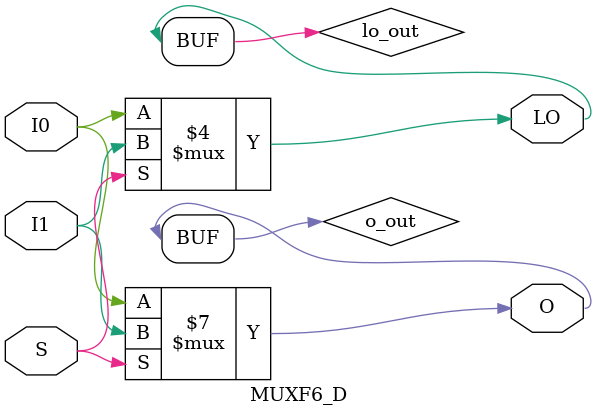
<source format=v>

/*

FUNCTION	: 2 to 1 Multiplexer for Carry Logic

*/

`celldefine
`timescale  100 ps / 10 ps

module MUXF6_D (LO, O, I0, I1, S);

    output O, LO;
    reg    o_out, lo_out;

    input  I0, I1, S;

    buf B1 (O, o_out);
    buf B2 (LO, lo_out);

	always @(I0 or I1 or S) begin
	    if (S)
		o_out <= I1;
	    else
		o_out <= I0;
	end

	always @(I0 or I1 or S) begin
	    if (S)
		lo_out <= I1;
	    else
		lo_out <= I0;
	end

endmodule

</source>
